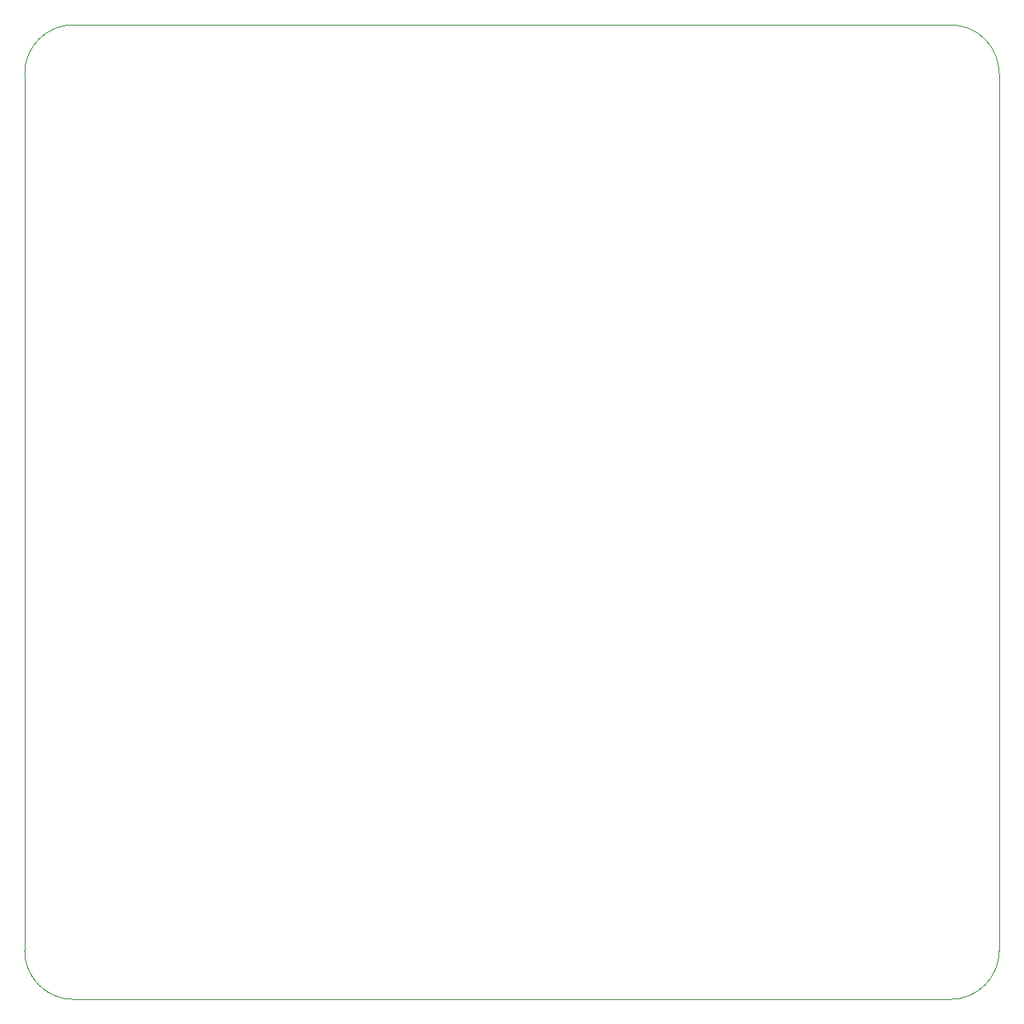
<source format=gm1>
G04 #@! TF.GenerationSoftware,KiCad,Pcbnew,7.0.1*
G04 #@! TF.CreationDate,2023-04-19T15:48:30-07:00*
G04 #@! TF.ProjectId,Stage flood sensor,53746167-6520-4666-9c6f-6f642073656e,rev?*
G04 #@! TF.SameCoordinates,Original*
G04 #@! TF.FileFunction,Profile,NP*
%FSLAX46Y46*%
G04 Gerber Fmt 4.6, Leading zero omitted, Abs format (unit mm)*
G04 Created by KiCad (PCBNEW 7.0.1) date 2023-04-19 15:48:30*
%MOMM*%
%LPD*%
G01*
G04 APERTURE LIST*
G04 #@! TA.AperFunction,Profile*
%ADD10C,0.050000*%
G04 #@! TD*
G04 APERTURE END LIST*
D10*
X145000000Y-150000000D02*
G75*
G03*
X150000000Y-145000000I0J5000000D01*
G01*
X150000000Y-55000000D02*
X150000000Y-145000000D01*
X150000000Y-55000000D02*
G75*
G03*
X145000000Y-50000000I-5000000J0D01*
G01*
X50000000Y-145000000D02*
X50000000Y-55000000D01*
X55000000Y-50000000D02*
G75*
G03*
X50000000Y-55000000I0J-5000000D01*
G01*
X145000000Y-150000000D02*
X55000000Y-150000000D01*
X50000000Y-145000000D02*
G75*
G03*
X55000000Y-150000000I5000000J0D01*
G01*
X55000000Y-50000000D02*
X145000000Y-50000000D01*
M02*

</source>
